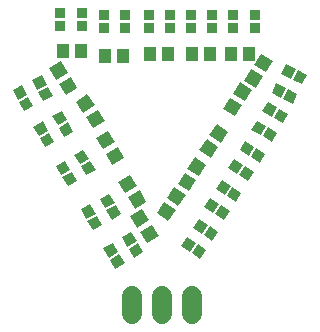
<source format=gbr>
G04 EAGLE Gerber RS-274X export*
G75*
%MOMM*%
%FSLAX34Y34*%
%LPD*%
%INSoldermask Bottom*%
%IPPOS*%
%AMOC8*
5,1,8,0,0,1.08239X$1,22.5*%
G01*
%ADD10R,1.124100X1.173400*%
%ADD11R,0.903200X0.903200*%
%ADD12R,0.903200X0.903200*%
%ADD13C,1.727200*%


D10*
G36*
X49754Y171532D02*
X43982Y181176D01*
X54050Y187202D01*
X59822Y177558D01*
X49754Y171532D01*
G37*
G36*
X57710Y158238D02*
X51938Y167882D01*
X62006Y173908D01*
X67778Y164264D01*
X57710Y158238D01*
G37*
G36*
X72669Y143336D02*
X66498Y152730D01*
X76305Y159172D01*
X82476Y149778D01*
X72669Y143336D01*
G37*
G36*
X81175Y130388D02*
X75004Y139782D01*
X84811Y146224D01*
X90982Y136830D01*
X81175Y130388D01*
G37*
G36*
X89518Y112686D02*
X83762Y122340D01*
X93840Y128348D01*
X99596Y118694D01*
X89518Y112686D01*
G37*
G36*
X97451Y99379D02*
X91695Y109033D01*
X101773Y115041D01*
X107529Y105387D01*
X97451Y99379D01*
G37*
D11*
G36*
X107696Y16069D02*
X99914Y11485D01*
X95330Y19267D01*
X103112Y23851D01*
X107696Y16069D01*
G37*
G36*
X102113Y25547D02*
X94331Y20963D01*
X89747Y28745D01*
X97529Y33329D01*
X102113Y25547D01*
G37*
G36*
X105515Y38033D02*
X113297Y42617D01*
X117881Y34835D01*
X110099Y30251D01*
X105515Y38033D01*
G37*
G36*
X111098Y28555D02*
X118880Y33139D01*
X123464Y25357D01*
X115682Y20773D01*
X111098Y28555D01*
G37*
G36*
X88603Y48662D02*
X80720Y44255D01*
X76313Y52138D01*
X84196Y56545D01*
X88603Y48662D01*
G37*
G36*
X83236Y58264D02*
X75353Y53857D01*
X70946Y61740D01*
X78829Y66147D01*
X83236Y58264D01*
G37*
G36*
X86921Y70668D02*
X94804Y75075D01*
X99211Y67192D01*
X91328Y62785D01*
X86921Y70668D01*
G37*
G36*
X92287Y61066D02*
X100170Y65473D01*
X104577Y57590D01*
X96694Y53183D01*
X92287Y61066D01*
G37*
G36*
X67446Y85840D02*
X59689Y81215D01*
X55064Y88972D01*
X62821Y93597D01*
X67446Y85840D01*
G37*
G36*
X61813Y95288D02*
X54056Y90663D01*
X49431Y98420D01*
X57188Y103045D01*
X61813Y95288D01*
G37*
G36*
X65150Y107791D02*
X72907Y112416D01*
X77532Y104659D01*
X69775Y100034D01*
X65150Y107791D01*
G37*
G36*
X70783Y98342D02*
X78540Y102967D01*
X83165Y95210D01*
X75408Y90585D01*
X70783Y98342D01*
G37*
G36*
X48118Y118733D02*
X40204Y114381D01*
X35852Y122295D01*
X43766Y126647D01*
X48118Y118733D01*
G37*
G36*
X42818Y128373D02*
X34904Y124021D01*
X30552Y131935D01*
X38466Y136287D01*
X42818Y128373D01*
G37*
G36*
X46589Y140751D02*
X54503Y145103D01*
X58855Y137189D01*
X50941Y132837D01*
X46589Y140751D01*
G37*
G36*
X51888Y131111D02*
X59802Y135463D01*
X64154Y127549D01*
X56240Y123197D01*
X51888Y131111D01*
G37*
G36*
X30482Y149204D02*
X22472Y145034D01*
X18302Y153044D01*
X26312Y157214D01*
X30482Y149204D01*
G37*
G36*
X25403Y158961D02*
X17393Y154791D01*
X13223Y162801D01*
X21233Y166971D01*
X25403Y158961D01*
G37*
G36*
X29455Y171251D02*
X37465Y175421D01*
X41635Y167411D01*
X33625Y163241D01*
X29455Y171251D01*
G37*
G36*
X34534Y161494D02*
X42544Y165664D01*
X46714Y157654D01*
X38704Y153484D01*
X34534Y161494D01*
G37*
D10*
G36*
X108174Y75545D02*
X102402Y85189D01*
X112470Y91215D01*
X118242Y81571D01*
X108174Y75545D01*
G37*
G36*
X116130Y62251D02*
X110358Y71895D01*
X120426Y77921D01*
X126198Y68277D01*
X116130Y62251D01*
G37*
G36*
X118349Y46464D02*
X112460Y56036D01*
X122453Y62184D01*
X128342Y52612D01*
X118349Y46464D01*
G37*
G36*
X126467Y33270D02*
X120578Y42842D01*
X130571Y48990D01*
X136460Y39418D01*
X126467Y33270D01*
G37*
X91314Y191795D03*
X106806Y191795D03*
X129414Y193040D03*
X144906Y193040D03*
X164974Y193040D03*
X180466Y193040D03*
D12*
X53107Y217067D03*
X53107Y228067D03*
X71407Y228067D03*
X71407Y217067D03*
X89908Y215154D03*
X89908Y226154D03*
X108208Y226154D03*
X108208Y215154D03*
X128008Y215129D03*
X128008Y226129D03*
X146308Y226129D03*
X146308Y215129D03*
X163565Y215106D03*
X163565Y226106D03*
X181865Y226106D03*
X181865Y215106D03*
X199759Y215082D03*
X199759Y226082D03*
X218059Y226082D03*
X218059Y215082D03*
D10*
X197994Y193573D03*
X213486Y193573D03*
X55754Y195580D03*
X71246Y195580D03*
G36*
X217089Y184092D02*
X222962Y193675D01*
X232965Y187544D01*
X227092Y177961D01*
X217089Y184092D01*
G37*
G36*
X208995Y170883D02*
X214868Y180466D01*
X224871Y174335D01*
X218998Y164752D01*
X208995Y170883D01*
G37*
G36*
X199343Y159846D02*
X205282Y169387D01*
X215243Y163186D01*
X209304Y153645D01*
X199343Y159846D01*
G37*
G36*
X191157Y146694D02*
X197096Y156235D01*
X207057Y150034D01*
X201118Y140493D01*
X191157Y146694D01*
G37*
G36*
X179578Y124853D02*
X185880Y134159D01*
X195596Y127581D01*
X189294Y118275D01*
X179578Y124853D01*
G37*
G36*
X170893Y112024D02*
X177195Y121330D01*
X186911Y114752D01*
X180609Y105446D01*
X170893Y112024D01*
G37*
D11*
G36*
X240440Y176688D02*
X244541Y184735D01*
X252588Y180634D01*
X248487Y172587D01*
X240440Y176688D01*
G37*
G36*
X250241Y171694D02*
X254342Y179741D01*
X262389Y175640D01*
X258288Y167593D01*
X250241Y171694D01*
G37*
G36*
X254081Y159335D02*
X249980Y151288D01*
X241933Y155389D01*
X246034Y163436D01*
X254081Y159335D01*
G37*
G36*
X244280Y164328D02*
X240179Y156281D01*
X232132Y160382D01*
X236233Y168429D01*
X244280Y164328D01*
G37*
G36*
X224378Y144929D02*
X228949Y152718D01*
X236738Y148147D01*
X232167Y140358D01*
X224378Y144929D01*
G37*
G36*
X233865Y139363D02*
X238436Y147152D01*
X246225Y142581D01*
X241654Y134792D01*
X233865Y139363D01*
G37*
G36*
X236965Y126797D02*
X232394Y119008D01*
X224605Y123579D01*
X229176Y131368D01*
X236965Y126797D01*
G37*
G36*
X227477Y132363D02*
X222906Y124574D01*
X215117Y129145D01*
X219688Y136934D01*
X227477Y132363D01*
G37*
G36*
X205122Y112202D02*
X209988Y119810D01*
X217596Y114944D01*
X212730Y107336D01*
X205122Y112202D01*
G37*
G36*
X214389Y106276D02*
X219255Y113884D01*
X226863Y109018D01*
X221997Y101410D01*
X214389Y106276D01*
G37*
G36*
X217004Y93601D02*
X212138Y85993D01*
X204530Y90859D01*
X209396Y98467D01*
X217004Y93601D01*
G37*
G36*
X207737Y99527D02*
X202871Y91919D01*
X195263Y96785D01*
X200129Y104393D01*
X207737Y99527D01*
G37*
G36*
X184944Y79138D02*
X189837Y86729D01*
X197428Y81836D01*
X192535Y74245D01*
X184944Y79138D01*
G37*
G36*
X194190Y73179D02*
X199083Y80770D01*
X206674Y75877D01*
X201781Y68286D01*
X194190Y73179D01*
G37*
G36*
X196761Y60495D02*
X191868Y52904D01*
X184277Y57797D01*
X189170Y65388D01*
X196761Y60495D01*
G37*
G36*
X187515Y66454D02*
X182622Y58863D01*
X175031Y63756D01*
X179924Y71347D01*
X187515Y66454D01*
G37*
G36*
X165480Y46270D02*
X170491Y53783D01*
X178004Y48772D01*
X172993Y41259D01*
X165480Y46270D01*
G37*
G36*
X174632Y40166D02*
X179643Y47679D01*
X187156Y42668D01*
X182145Y35155D01*
X174632Y40166D01*
G37*
G36*
X177002Y27444D02*
X171991Y19931D01*
X164478Y24942D01*
X169489Y32455D01*
X177002Y27444D01*
G37*
G36*
X167851Y33547D02*
X162840Y26034D01*
X155327Y31045D01*
X160338Y38558D01*
X167851Y33547D01*
G37*
D10*
G36*
X143542Y71404D02*
X149713Y80798D01*
X159520Y74356D01*
X153349Y64962D01*
X143542Y71404D01*
G37*
G36*
X135037Y58456D02*
X141208Y67850D01*
X151015Y61408D01*
X144844Y52014D01*
X135037Y58456D01*
G37*
G36*
X160975Y96406D02*
X167064Y105853D01*
X176927Y99496D01*
X170838Y90049D01*
X160975Y96406D01*
G37*
G36*
X152583Y83384D02*
X158672Y92831D01*
X168535Y86474D01*
X162446Y77027D01*
X152583Y83384D01*
G37*
D13*
X114300Y-11430D02*
X114300Y-26670D01*
X139700Y-26670D02*
X139700Y-11430D01*
X165100Y-11430D02*
X165100Y-26670D01*
M02*

</source>
